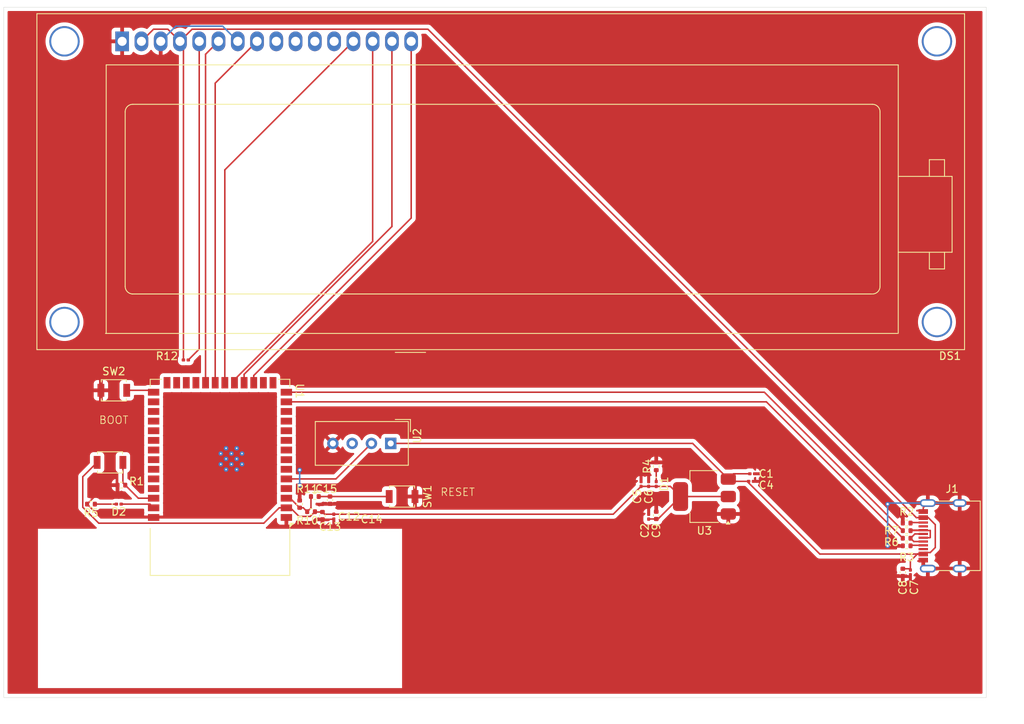
<source format=kicad_pcb>
(kicad_pcb (version 20241229) (generator "pcbnew") (generator_version "9.0")
  (layers (0 "F.Cu" signal) (2 "B.Cu" signal) (13 "F.Paste" user) (15 "B.Paste" user) (5 "F.SilkS" user "F.Silkscreen") (7 "B.SilkS" user "B.Silkscreen") (1 "F.Mask" user) (3 "B.Mask" user) (25 "Edge.Cuts" user))
  (net 0 "")
  (net 1 "LCD_E")
  (net 2 "GND")
  (net 4 "LCD_DB5")
  (net 5 "LCD_DB4")
  (net 7 "LCD_DB6")
  (net 8 "+5V")
  (net 9 "Net-(DS1-Vo)")
  (net 10 "LCD_DB7")
  (net 13 "LCD_RS")
  (net 17 "+3.3V")
  (net 18 "EN")
  (net 19 "BOOT")
  (net 20 "IO1")
  (net 22 "Temp_Switch")
  (net 23 "USB_D-")
  (net 36 "USB_D+")
  (net 44 "DHT_DATA")
  (net 47 "Net-(C15-Pad2)")
  (net 48 "Net-(D1-K)")
  (net 49 "Net-(D2-K)")
  (net 50 "Net-(J1-D--PadA7)")
  (net 51 "Net-(J1-D+-PadA6)")
  (net 52 "Net-(J1-CC1)")
  (net 53 "Net-(J1-CC2)")
  (footprint "Capacitor_SMD:C_0201_0603Metric" (layer "F.Cu") (at 185.5 97.655 90)
    (property "Reference" "C2" (at -1.845 -0.5 90) (layer "F.SilkS"))
    (property "Value" "10uf" (hide yes))
    (pad "1" smd roundrect (at -0.32 0 90) (size 0.46 0.4) (layers "F.Cu" "F.Mask") (net 17 "+3.3V"))
    (pad "2" smd roundrect (at 0.32 0 90) (size 0.46 0.4) (layers "F.Cu" "F.Mask") (net 2 "GND"))
  )
  (footprint "RF_Module:ESP32-S3-WROOM-1" (layer "F.Cu") (at 129 92.5 180)
    (property "Reference" "U1" (at -10.5 11.4 270) (layer "F.SilkS"))
    (property "Value" "ESP32-S3-WROOM-1")
    (fp_line (start 9.2 12.95) (end 9.2 11.95) (stroke (width 0.12)) (layer "F.SilkS"))
    (fp_line (start 9.2 12.95) (end 7.7 12.95) (stroke (width 0.12)) (layer "F.SilkS"))
    (fp_line (start 9.2 -12.9) (end 9.2 -6.7) (stroke (width 0.12)) (layer "F.SilkS"))
    (fp_line (start -9.2 12.95) (end -7.7 12.95) (stroke (width 0.12)) (layer "F.SilkS"))
    (fp_line (start -9.2 11.95) (end -9.2 12.95) (stroke (width 0.12)) (layer "F.SilkS"))
    (fp_line (start -9.2 -12.9) (end 9.2 -12.9) (stroke (width 0.12)) (layer "F.SilkS"))
    (fp_line (start -9.2 -12.9) (end -9.2 -6.7) (stroke (width 0.12)) (layer "F.SilkS"))
    (fp_poly (pts (xy -9.2 -6.025) (xy -9.7 -6.025) (xy -9.2 -6.525) (xy -9.2 -6.025)) (stroke (width 0.12)) (fill yes) (layer "F.SilkS"))
    (pad "1" smd rect (at -8.75 -5.26 180) (size 1.5 0.9) (layers "F.Cu" "F.Mask" "F.Paste") (net 2 "GND"))
    (pad "2" smd rect (at -8.75 -3.99 180) (size 1.5 0.9) (layers "F.Cu" "F.Mask" "F.Paste") (net 17 "+3.3V"))
    (pad "3" smd rect (at -8.75 -2.72 180) (size 1.5 0.9) (layers "F.Cu" "F.Mask" "F.Paste") (net 18 "EN"))
    (pad "4" smd rect (at -8.75 -1.45 180) (size 1.5 0.9) (layers "F.Cu" "F.Mask" "F.Paste"))
    (pad "5" smd rect (at -8.75 -0.18 180) (size 1.5 0.9) (layers "F.Cu" "F.Mask" "F.Paste") (net 44 "DHT_DATA"))
    (pad "6" smd rect (at -8.75 1.09 180) (size 1.5 0.9) (layers "F.Cu" "F.Mask" "F.Paste"))
    (pad "7" smd rect (at -8.75 2.36 180) (size 1.5 0.9) (layers "F.Cu" "F.Mask" "F.Paste"))
    (pad "8" smd rect (at -8.75 3.63 180) (size 1.5 0.9) (layers "F.Cu" "F.Mask" "F.Paste"))
    (pad "9" smd rect (at -8.75 4.9 180) (size 1.5 0.9) (layers "F.Cu" "F.Mask" "F.Paste"))
    (pad "10" smd rect (at -8.75 6.17 180) (size 1.5 0.9) (layers "F.Cu" "F.Mask" "F.Paste"))
    (pad "11" smd rect (at -8.75 7.44 180) (size 1.5 0.9) (layers "F.Cu" "F.Mask" "F.Paste"))
    (pad "12" smd rect (at -8.75 8.71 180) (size 1.5 0.9) (layers "F.Cu" "F.Mask" "F.Paste"))
    (pad "13" smd rect (at -8.75 9.98 180) (size 1.5 0.9) (layers "F.Cu" "F.Mask" "F.Paste") (net 23 "USB_D-"))
    (pad "14" smd rect (at -8.75 11.25) (size 1.5 0.9) (layers "F.Cu" "F.Mask" "F.Paste") (net 36 "USB_D+"))
    (pad "15" smd rect (at -6.985 12.5 90) (size 1.5 0.9) (layers "F.Cu" "F.Mask" "F.Paste"))
    (pad "16" smd rect (at -5.715 12.5 90) (size 1.5 0.9) (layers "F.Cu" "F.Mask" "F.Paste"))
    (pad "17" smd rect (at -4.445 12.5 90) (size 1.5 0.9) (layers "F.Cu" "F.Mask" "F.Paste") (net 10 "LCD_DB7"))
    (pad "18" smd rect (at -3.175 12.5 90) (size 1.5 0.9) (layers "F.Cu" "F.Mask" "F.Paste") (net 7 "LCD_DB6"))
    (pad "19" smd rect (at -1.905 12.5 90) (size 1.5 0.9) (layers "F.Cu" "F.Mask" "F.Paste") (net 4 "LCD_DB5"))
    (pad "20" smd rect (at -0.635 12.5 90) (size 1.5 0.9) (layers "F.Cu" "F.Mask" "F.Paste") (net 5 "LCD_DB4"))
    (pad "21" smd rect (at 0.635 12.5 90) (size 1.5 0.9) (layers "F.Cu" "F.Mask" "F.Paste") (net 1 "LCD_E"))
    (pad "22" smd rect (at 1.905 12.5 90) (size 1.5 0.9) (layers "F.Cu" "F.Mask" "F.Paste") (net 13 "LCD_RS"))
    (pad "23" smd rect (at 3.175 12.5 90) (size 1.5 0.9) (layers "F.Cu" "F.Mask" "F.Paste"))
    (pad "24" smd rect (at 4.445 12.5 90) (size 1.5 0.9) (layers "F.Cu" "F.Mask" "F.Paste"))
    (pad "25" smd rect (at 5.715 12.5 90) (size 1.5 0.9) (layers "F.Cu" "F.Mask" "F.Paste"))
    (pad "26" smd rect (at 6.985 12.5 90) (size 1.5 0.9) (layers "F.Cu" "F.Mask" "F.Paste"))
    (pad "27" smd rect (at 8.75 11.25 180) (size 1.5 0.9) (layers "F.Cu" "F.Mask" "F.Paste") (net 19 "BOOT"))
    (pad "28" smd rect (at 8.75 9.98 180) (size 1.5 0.9) (layers "F.Cu" "F.Mask" "F.Paste"))
    (pad "29" smd rect (at 8.75 8.71 180) (size 1.5 0.9) (layers "F.Cu" "F.Mask" "F.Paste"))
    (pad "30" smd rect (at 8.75 7.44 180) (size 1.5 0.9) (layers "F.Cu" "F.Mask" "F.Paste"))
    (pad "31" smd rect (at 8.75 6.17 180) (size 1.5 0.9) (layers "F.Cu" "F.Mask" "F.Paste"))
    (pad "32" smd rect (at 8.75 4.9 180) (size 1.5 0.9) (layers "F.Cu" "F.Mask" "F.Paste"))
    (pad "33" smd rect (at 8.75 3.63 180) (size 1.5 0.9) (layers "F.Cu" "F.Mask" "F.Paste"))
    (pad "34" smd rect (at 8.75 2.36 180) (size 1.5 0.9) (layers "F.Cu" "F.Mask" "F.Paste"))
    (pad "35" smd rect (at 8.75 1.09 180) (size 1.5 0.9) (layers "F.Cu" "F.Mask" "F.Paste"))
    (pad "36" smd rect (at 8.75 -0.18 180) (size 1.5 0.9) (layers "F.Cu" "F.Mask" "F.Paste"))
    (pad "37" smd rect (at 8.75 -1.45 180) (size 1.5 0.9) (layers "F.Cu" "F.Mask" "F.Paste"))
    (pad "38" smd rect (at 8.75 -2.72 180) (size 1.5 0.9) (layers "F.Cu" "F.Mask" "F.Paste") (net 22 "Temp_Switch"))
    (pad "39" smd rect (at 8.75 -3.99 180) (size 1.5 0.9) (layers "F.Cu" "F.Mask" "F.Paste") (net 20 "IO1"))
    (pad "40" smd rect (at 8.75 -5.26 180) (size 1.5 0.9) (layers "F.Cu" "F.Mask" "F.Paste") (net 2 "GND"))
    (pad "41" thru_hole circle (at -2.9 1.76 270) (size 0.6 0.6) (drill 0.2) (property pad_prop_heatsink) (layers "*.Cu" "F.Mask") (net 2 "GND"))
    (pad "41" thru_hole circle (at -2.9 3.16 180) (size 0.6 0.6) (drill 0.2) (property pad_prop_heatsink) (layers "*.Cu" "F.Mask") (net 2 "GND"))
    (pad "41" thru_hole circle (at -2.2 1.06 180) (size 0.6 0.6) (drill 0.2) (property pad_prop_heatsink) (layers "*.Cu" "F.Mask") (net 2 "GND"))
    (pad "41" thru_hole circle (at -2.2 2.46 180) (size 0.6 0.6) (drill 0.2) (property pad_prop_heatsink) (layers "*.Cu" "F.Mask") (net 2 "GND"))
    (pad "41" thru_hole circle (at -2.2 3.86 180) (size 0.6 0.6) (drill 0.2) (property pad_prop_heatsink) (layers "*.Cu" "F.Mask") (net 2 "GND"))
    (pad "41" thru_hole circle (at -1.5 1.76 180) (size 0.6 0.6) (drill 0.2) (property pad_prop_heatsink) (layers "*.Cu" "F.Mask") (net 2 "GND"))
    (pad "41" smd rect (at -1.5 2.46 90) (size 3.9 3.9) (property pad_prop_heatsink) (layers "F.Cu" "F.Mask") (net 2 "GND"))
    (pad "41" thru_hole circle (at -1.5 3.16 180) (size 0.6 0.6) (drill 0.2) (property pad_prop_heatsink) (layers "*.Cu" "F.Mask") (net 2 "GND"))
    (pad "41" thru_hole circle (at -0.8 1.06 180) (size 0.6 0.6) (drill 0.2) (property pad_prop_heatsink) (layers "*.Cu" "F.Mask") (net 2 "GND"))
    (pad "41" thru_hole circle (at -0.8 2.46 180) (size 0.6 0.6) (drill 0.2) (property pad_prop_heatsink) (layers "*.Cu" "F.Mask") (net 2 "GND"))
    (pad "41" thru_hole circle (at -0.8 3.86 180) (size 0.6 0.6) (drill 0.2) (property pad_prop_heatsink) (layers "*.Cu" "F.Mask") (net 2 "GND"))
    (pad "41" thru_hole circle (at -0.1 1.76 180) (size 0.6 0.6) (drill 0.2) (property pad_prop_heatsink) (layers "*.Cu" "F.Mask") (net 2 "GND"))
    (pad "41" thru_hole circle (at -0.1 3.16 180) (size 0.6 0.6) (drill 0.2) (property pad_prop_heatsink) (layers "*.Cu" "F.Mask") (net 2 "GND"))
    (zone (net 0) (net_name "") (layers "F.Cu" "B.Cu") (connect_pads (clearance 0)) (min_thickness 0.254)
      (keepout (tracks not_allowed) (vias not_allowed) (pads not_allowed) (copperpour not_allowed) (footprints not_allowed))
      (fill (thermal_gap 0.508) (thermal_bridge_width 0.508))
      (polygon (pts (xy 153 99.25) (xy 105 99.25) (xy 105 120.25) (xy 153 120.25)))
    )
  )
  (footprint "Capacitor_SMD:C_0201_0603Metric" (layer "F.Cu") (at 220 105 -90)
    (property "Reference" "C7" (at 2 -0.5 90) (layer "F.SilkS"))
    (property "Value" "10uf" (hide yes))
    (pad "1" smd roundrect (at -0.32 0 270) (size 0.46 0.4) (layers "F.Cu" "F.Mask") (net 8 "+5V"))
    (pad "2" smd roundrect (at 0.32 0 270) (size 0.46 0.4) (layers "F.Cu" "F.Mask") (net 2 "GND"))
  )
  (footprint "Capacitor_SMD:C_0201_0603Metric" (layer "F.Cu") (at 199.155 92)
    (property "Reference" "C1" (at 1.845 0 0) (layer "F.SilkS"))
    (property "Value" "10uf" (hide yes))
    (pad "1" smd roundrect (at -0.32 0) (size 0.46 0.4) (layers "F.Cu" "F.Mask") (net 8 "+5V"))
    (pad "2" smd roundrect (at 0.32 0) (size 0.46 0.4) (layers "F.Cu" "F.Mask") (net 2 "GND"))
  )
  (footprint "Capacitor_SMD:C_0402_1005Metric" (layer "F.Cu") (at 186.5 97.48 90)
    (property "Reference" "C9" (at -2.02 0 90) (layer "F.SilkS"))
    (property "Value" "0.1uf" (hide yes))
    (fp_line (start -0.107836 -0.36) (end 0.107836 -0.36) (stroke (width 0.12)) (layer "F.SilkS"))
    (fp_line (start -0.107836 0.36) (end 0.107836 0.36) (stroke (width 0.12)) (layer "F.SilkS"))
    (pad "1" smd roundrect (at -0.48 0 90) (size 0.56 0.62) (layers "F.Cu" "F.Mask" "F.Paste") (net 17 "+3.3V"))
    (pad "2" smd roundrect (at 0.48 0 90) (size 0.56 0.62) (layers "F.Cu" "F.Mask" "F.Paste") (net 2 "GND"))
  )
  (footprint "Resistor_SMD:R_0402_1005Metric" (layer "F.Cu") (at 116 93.5)
    (property "Reference" "R1" (at 2 -0.5 0) (layer "F.SilkS"))
    (property "Value" "2k" (hide yes))
    (fp_line (start -0.153641 -0.38) (end 0.153641 -0.38) (stroke (width 0.12)) (layer "F.SilkS"))
    (fp_line (start -0.153641 0.38) (end 0.153641 0.38) (stroke (width 0.12)) (layer "F.SilkS"))
    (pad "1" smd roundrect (at -0.51 0) (size 0.54 0.64) (layers "F.Cu" "F.Mask" "F.Paste") (net 2 "GND"))
    (pad "2" smd roundrect (at 0.51 0) (size 0.54 0.64) (layers "F.Cu" "F.Mask" "F.Paste") (net 22 "Temp_Switch"))
  )
  (footprint "Resistor_SMD:R_0402_1005Metric" (layer "F.Cu") (at 219.51 98.5 180)
    (property "Reference" "R2" (at 0 1.5 0) (layer "F.SilkS"))
    (property "Value" "5.1K" (hide yes))
    (fp_line (start -0.153641 0.38) (end 0.153641 0.38) (stroke (width 0.12)) (layer "F.SilkS"))
    (fp_line (start -0.153641 -0.38) (end 0.153641 -0.38) (stroke (width 0.12)) (layer "F.SilkS"))
    (pad "1" smd roundrect (at -0.51 0 180) (size 0.54 0.64) (layers "F.Cu" "F.Mask" "F.Paste") (net 53 "Net-(J1-CC2)"))
    (pad "2" smd roundrect (at 0.51 0 180) (size 0.54 0.64) (layers "F.Cu" "F.Mask" "F.Paste") (net 2 "GND"))
  )
  (footprint "Capacitor_SMD:C_0201_0603Metric" (layer "F.Cu") (at 185.5 93.345 90)
    (property "Reference" "C6" (at -1.655 0 90) (layer "F.SilkS"))
    (property "Value" "10uf" (hide yes))
    (pad "1" smd roundrect (at -0.32 0 90) (size 0.46 0.4) (layers "F.Cu" "F.Mask") (net 17 "+3.3V"))
    (pad "2" smd roundrect (at 0.32 0 90) (size 0.46 0.4) (layers "F.Cu" "F.Mask") (net 2 "GND"))
  )
  (footprint "Button_Switch_SMD:SW_SPST_B3U-1000P" (layer "F.Cu") (at 115 81)
    (property "Reference" "SW2" (at 0 -2.5 0) (layer "F.SilkS"))
    (property "Value" "SW_Push")
    (fp_line (start -1.65 -1.4) (end 1.65 -1.4) (stroke (width 0.12)) (layer "F.SilkS"))
    (fp_line (start -1.65 -1.1) (end -1.65 -1.4) (stroke (width 0.12)) (layer "F.SilkS"))
    (fp_line (start -1.65 1.1) (end -1.65 1.4) (stroke (width 0.12)) (layer "F.SilkS"))
    (fp_line (start -1.65 1.4) (end 1.65 1.4) (stroke (width 0.12)) (layer "F.SilkS"))
    (fp_line (start 1.65 -1.4) (end 1.65 -1.1) (stroke (width 0.12)) (layer "F.SilkS"))
    (fp_line (start 1.65 1.4) (end 1.65 1.1) (stroke (width 0.12)) (layer "F.SilkS"))
    (pad "1" smd rect (at -1.7 0) (size 0.9 1.7) (layers "F.Cu" "F.Mask" "F.Paste") (net 2 "GND"))
    (pad "2" smd rect (at 1.7 0) (size 0.9 1.7) (layers "F.Cu" "F.Mask" "F.Paste") (net 19 "BOOT"))
  )
  (footprint "Resistor_SMD:R_0402_1005Metric" (layer "F.Cu") (at 219.51 100.5 180)
    (property "Reference" "R6" (at 2.01 -0.5 0) (layer "F.SilkS"))
    (property "Value" "33R" (hide yes))
    (fp_line (start -0.153641 0.38) (end 0.153641 0.38) (stroke (width 0.12)) (layer "F.SilkS"))
    (fp_line (start -0.153641 -0.38) (end 0.153641 -0.38) (stroke (width 0.12)) (layer "F.SilkS"))
    (pad "1" smd roundrect (at -0.51 0 180) (size 0.54 0.64) (layers "F.Cu" "F.Mask" "F.Paste") (net 50 "Net-(J1-D--PadA7)"))
    (pad "2" smd roundrect (at 0.51 0 180) (size 0.54 0.64) (layers "F.Cu" "F.Mask" "F.Paste") (net 23 "USB_D-"))
  )
  (footprint "LED_SMD:LED_0201_0603Metric" (layer "F.Cu") (at 115.655 96)
    (property "Reference" "D2" (at 0 1 0) (layer "F.SilkS"))
    (property "Value" "LED" (hide yes))
    (fp_circle (center -0.86 0) (end -0.81 0) (stroke (width 0.1)) (fill no) (layer "F.SilkS"))
    (pad "1" smd roundrect (at -0.32 0) (size 0.46 0.4) (layers "F.Cu" "F.Mask") (net 49 "Net-(D2-K)"))
    (pad "2" smd roundrect (at 0.32 0) (size 0.46 0.4) (layers "F.Cu" "F.Mask") (net 20 "IO1"))
  )
  (footprint "Resistor_SMD:R_0402_1005Metric" (layer "F.Cu") (at 111.99 96 180)
    (property "Reference" "R5" (at 0 -1.17 0) (layer "F.SilkS"))
    (property "Value" "470R" (hide yes))
    (fp_line (start -0.153641 0.38) (end 0.153641 0.38) (stroke (width 0.12)) (layer "F.SilkS"))
    (fp_line (start -0.153641 -0.38) (end 0.153641 -0.38) (stroke (width 0.12)) (layer "F.SilkS"))
    (pad "1" smd roundrect (at -0.51 0 180) (size 0.54 0.64) (layers "F.Cu" "F.Mask" "F.Paste") (net 49 "Net-(D2-K)"))
    (pad "2" smd roundrect (at 0.51 0 180) (size 0.54 0.64) (layers "F.Cu" "F.Mask" "F.Paste") (net 2 "GND"))
  )
  (footprint "LED_SMD:LED_0201_0603Metric" (layer "F.Cu") (at 186.5 93.345 -90)
    (property "Reference" "D1" (at 0 -1.05 90) (layer "F.SilkS"))
    (property "Value" "LED" (hide yes))
    (fp_circle (center -0.86 0) (end -0.81 0) (stroke (width 0.1)) (fill no) (layer "F.SilkS"))
    (pad "1" smd roundrect (at -0.32 0 270) (size 0.46 0.4) (layers "F.Cu" "F.Mask") (net 48 "Net-(D1-K)"))
    (pad "2" smd roundrect (at 0.32 0 270) (size 0.46 0.4) (layers "F.Cu" "F.Mask") (net 17 "+3.3V"))
  )
  (footprint "Sensor:Aosong_DHT11_5.5x12.0_P2.54mm" (layer "F.Cu") (at 151.5 88 -90)
    (property "Reference" "U2" (at -1 -3.5 90) (layer "F.SilkS"))
    (property "Value" "DHT11")
    (fp_line (start -2.88 9.94) (end -2.88 -2.31) (stroke (width 0.12)) (layer "F.SilkS"))
    (fp_line (start 2.88 9.94) (end -2.88 9.94) (stroke (width 0.12)) (layer "F.SilkS"))
    (fp_line (start -2.87 -2.32) (end 2.87 -2.32) (stroke (width 0.12)) (layer "F.SilkS"))
    (fp_line (start 2.88 -2.32) (end 2.88 9.94) (stroke (width 0.12)) (layer "F.SilkS"))
    (fp_line (start -3.16 -2.6) (end -3.16 -0.6) (stroke (width 0.12)) (layer "F.SilkS"))
    (fp_line (start -3.16 -2.6) (end -1.55 -2.6) (stroke (width 0.12)) (layer "F.SilkS"))
    (pad "1" thru_hole rect (at 0 0 270) (size 1.5 1.5) (drill 0.8) (layers "*.Cu" "*.Mask") (net 8 "+5V"))
    (pad "2" thru_hole circle (at 0 2.54 270) (size 1.5 1.5) (drill 0.8) (layers "*.Cu" "*.Mask") (net 44 "DHT_DATA"))
    (pad "3" thru_hole circle (at 0 5.08 270) (size 1.5 1.5) (drill 0.8) (layers "*.Cu" "*.Mask"))
    (pad "4" thru_hole circle (at 0 7.62 270) (size 1.5 1.5) (drill 0.8) (layers "*.Cu" "*.Mask") (net 2 "GND"))
  )
  (footprint "Capacitor_SMD:C_0201_0603Metric" (layer "F.Cu") (at 144 97.655 -90)
    (property "Reference" "C12" (at 0 -2 180) (layer "F.SilkS"))
    (property "Value" "22uf" (hide yes))
    (pad "1" smd roundrect (at -0.32 0 270) (size 0.46 0.4) (layers "F.Cu" "F.Mask") (net 17 "+3.3V"))
    (pad "2" smd roundrect (at 0.32 0 270) (size 0.46 0.4) (layers "F.Cu" "F.Mask") (net 2 "GND"))
  )
  (footprint "Package_TO_SOT_SMD:SOT-223-3_TabPin2" (layer "F.Cu") (at 192.85 95 180)
    (property "Reference" "U3" (at 0 -4.5 0) (layer "F.SilkS"))
    (property "Value" "AMS1117-3.3")
    (fp_line (start 1.91 3.41) (end 1.91 2.15) (stroke (width 0.12)) (layer "F.SilkS"))
    (fp_line (start 1.91 -3.41) (end 1.91 -2.15) (stroke (width 0.12)) (layer "F.SilkS"))
    (fp_line (start -1.85 3.41) (end 1.91 3.41) (stroke (width 0.12)) (layer "F.SilkS"))
    (fp_line (start -1.85 -3.41) (end 1.91 -3.41) (stroke (width 0.12)) (layer "F.SilkS"))
    (fp_poly (pts (xy -3.13 -3.31) (xy -3.37 -3.64) (xy -2.89 -3.64) (xy -3.13 -3.31)) (stroke (width 0.12)) (fill yes) (layer "F.SilkS"))
    (pad "1" smd roundrect (at -3.15 -2.3 180) (size 2 1.5) (layers "F.Cu" "F.Mask" "F.Paste") (net 2 "GND"))
    (pad "2" smd roundrect (at -3.15 0 180) (size 2 1.5) (layers "F.Cu" "F.Mask" "F.Paste") (net 17 "+3.3V"))
    (pad "2" smd roundrect (at 3.15 0 180) (size 2 3.8) (layers "F.Cu" "F.Mask" "F.Paste") (net 17 "+3.3V"))
    (pad "3" smd roundrect (at -3.15 2.3 180) (size 2 1.5) (layers "F.Cu" "F.Mask" "F.Paste") (net 8 "+5V"))
  )
  (footprint "Connector_USB:USB_C_Receptacle_G-Switch_GT-USB-7010ASV" (layer "F.Cu") (at 225.425 100.18 90)
    (property "Reference" "J1" (at 6.18 0.075 180) (layer "F.SilkS"))
    (property "Value" "USB_C_Receptacle_USB2.0_16P" (hide yes))
    (fp_line (start -4.58 -1.85) (end -4.58 0.07) (stroke (width 0.12)) (layer "F.SilkS"))
    (fp_line (start 4.58 0.07) (end 4.58 -1.85) (stroke (width 0.12)) (layer "F.SilkS"))
    (fp_line (start 4.58 2.08) (end 4.58 3.785) (stroke (width 0.12)) (layer "F.SilkS"))
    (fp_line (start 4.58 3.785) (end -4.58 3.785) (stroke (width 0.12)) (layer "F.SilkS"))
    (fp_line (start -4.58 3.785) (end -4.58 2.08) (stroke (width 0.12)) (layer "F.SilkS"))
    (pad "" np_thru_hole circle (at -2.89 -2.605 90) (size 0.65 0.65) (drill 0.65) (layers "*.Cu" "*.Mask"))
    (pad "" np_thru_hole circle (at 2.89 -2.605 90) (size 0.65 0.65) (drill 0.65) (layers "*.Cu" "*.Mask"))
    (pad "A1" smd rect (at -3.2 -3.725 90) (size 0.6 1.24) (layers "F.Cu" "F.Mask" "F.Paste") (net 2 "GND"))
    (pad "A4" smd rect (at -2.4 -3.725 90) (size 0.6 1.24) (layers "F.Cu" "F.Mask" "F.Paste") (net 8 "+5V"))
    (pad "A5" smd rect (at -1.25 -3.725 90) (size 0.3 1.24) (layers "F.Cu" "F.Mask" "F.Paste") (net 52 "Net-(J1-CC1)"))
    (pad "A6" smd rect (at -0.25 -3.725 90) (size 0.3 1.24) (layers "F.Cu" "F.Mask" "F.Paste") (net 51 "Net-(J1-D+-PadA6)"))
    (pad "A7" smd rect (at 0.25 -3.725 90) (size 0.3 1.24) (layers "F.Cu" "F.Mask" "F.Paste") (net 50 "Net-(J1-D--PadA7)"))
    (pad "A8" smd rect (at 1.25 -3.725 90) (size 0.3 1.24) (layers "F.Cu" "F.Mask" "F.Paste"))
    (pad "A9" smd rect (at 2.4 -3.725 90) (size 0.6 1.24) (layers "F.Cu" "F.Mask" "F.Paste") (net 8 "+5V"))
    (pad "A12" smd rect (at 3.2 -3.725 90) (size 0.6 1.24) (layers "F.Cu" "F.Mask" "F.Paste") (net 2 "GND"))
    (pad "B1" smd rect (at 3.2 -3.725 90) (size 0.6 1.24) (layers "F.Cu" "F.Mask" "F.Paste") (net 2 "GND"))
    (pad "B4" smd rect (at 2.4 -3.725 90) (size 0.6 1.24) (layers "F.Cu" "F.Mask" "F.Paste") (net 8 "+5V"))
    (pad "B5" smd rect (at 1.75 -3.725 90) (size 0.3 1.24) (layers "F.Cu" "F.Mask" "F.Paste") (net 53 "Net-(J1-CC2)"))
    (pad "B6" smd rect (at 0.75 -3.725 90) (size 0.3 1.24) (layers "F.Cu" "F.Mask" "F.Paste") (net 51 "Net-(J1-D+-PadA6)"))
    (pad "B7" smd rect (at -0.75 -3.725 90) (size 0.3 1.24) (layers "F.Cu" "F.Mask" "F.Paste") (net 50 "Net-(J1-D--PadA7)"))
    (pad "B8" smd rect (at -1.75 -3.725 90) (size 0.3 1.24) (layers "F.Cu" "F.Mask" "F.Paste"))
    (pad "B9" smd rect (at -2.4 -3.725 90) (size 0.6 1.24) (layers "F.Cu" "F.Mask" "F.Paste") (net 8 "+5V"))
    (pad "B12" smd rect (at -3.2 -3.725 90) (size 0.6 1.24) (layers "F.Cu" "F.Mask" "F.Paste") (net 2 "GND"))
    (pad "S1" thru_hole oval (at -4.32 -3.125 90) (size 1 2.1) (drill oval 0.6 1.7) (property pad_prop_heatsink) (layers "*.Cu" "*.Mask") (net 2 "GND"))
    (pad "S1" thru_hole oval (at -4.32 1.075 90) (size 1 1.8) (drill oval 0.6 1.4) (property pad_prop_heatsink) (layers "*.Cu" "*.Mask") (net 2 "GND"))
    (pad "S1" thru_hole oval (at 4.32 -3.125 90) (size 1 2.1) (drill oval 0.6 1.7) (property pad_prop_heatsink) (layers "*.Cu" "*.Mask") (net 2 "GND"))
    (pad "S1" thru_hole oval (at 4.32 1.075 90) (size 1 1.8) (drill oval 0.6 1.4) (property pad_prop_heatsink) (layers "*.Cu" "*.Mask") (net 2 "GND"))
  )
  (footprint "Capacitor_SMD:C_0201_0603Metric" (layer "F.Cu") (at 199 93)
    (property "Reference" "C4" (at 2 0.5 0) (layer "F.SilkS"))
    (property "Value" "10uf" (hide yes))
    (pad "1" smd roundrect (at -0.32 0) (size 0.46 0.4) (layers "F.Cu" "F.Mask") (net 8 "+5V"))
    (pad "2" smd roundrect (at 0.32 0) (size 0.46 0.4) (layers "F.Cu" "F.Mask") (net 2 "GND"))
  )
  (footprint "Display:HY1602E" (layer "F.Cu") (at 154.10062 73 180)
    (property "Reference" "DS1" (at -71.12 -3.48 0) (layer "F.SilkS"))
    (property "Value" "HY1602E")
    (fp_line (start 49.24 41.64) (end -73.04 41.64) (stroke (width 0.12)) (layer "F.SilkS"))
    (fp_line (start 49.24 -2.64) (end 49.24 41.64) (stroke (width 0.12)) (layer "F.SilkS"))
    (fp_line (start 40.1 34.9) (end -64.3 34.9) (stroke (width 0.12)) (layer "F.SilkS"))
    (fp_line (start 40.1 -0.5) (end 40.1 34.9) (stroke (width 0.12)) (layer "F.SilkS"))
    (fp_line (start 37.6 5.7) (end 37.6 28.7) (stroke (width 0.12)) (layer "F.SilkS"))
    (fp_line (start 36.6 29.7) (end -60.9 29.7) (stroke (width 0.12)) (layer "F.SilkS"))
    (fp_line (start -2 -3) (end 2 -3) (stroke (width 0.12)) (layer "F.SilkS"))
    (fp_line (start -60.8 4.7) (end 36.7 4.7) (stroke (width 0.12)) (layer "F.SilkS"))
    (fp_line (start -61.9 28.7) (end -61.9 5.7) (stroke (width 0.12)) (layer "F.SilkS"))
    (fp_line (start -64.2 -0.5) (end 40.2 -0.5) (stroke (width 0.12)) (layer "F.SilkS"))
    (fp_line (start -64.3 34.9) (end -64.3 -0.5) (stroke (width 0.12)) (layer "F.SilkS"))
    (fp_line (start -64.3 20.2) (end -71.4 20.2) (stroke (width 0.12)) (layer "F.SilkS"))
    (fp_line (start -68.4 22.4) (end -70.4 22.4) (stroke (width 0.12)) (layer "F.SilkS"))
    (fp_line (start -68.4 20.2) (end -68.4 22.4) (stroke (width 0.12)) (layer "F.SilkS"))
    (fp_line (start -68.4 10.2) (end -68.4 8) (stroke (width 0.12)) (layer "F.SilkS"))
    (fp_line (start -68.4 8) (end -70.4 8) (stroke (width 0.12)) (layer "F.SilkS"))
    (fp_line (start -70.4 22.4) (end -70.4 20.2) (stroke (width 0.12)) (layer "F.SilkS"))
    (fp_line (start -70.4 8) (end -70.4 10.2) (stroke (width 0.12)) (layer "F.SilkS"))
    (fp_line (start -71.4 20.2) (end -71.4 10.2) (stroke (width 0.12)) (layer "F.SilkS"))
    (fp_line (start -71.4 10.2) (end -64.3 10.2) (stroke (width 0.12)) (layer "F.SilkS"))
    (fp_line (start -73.04 -2.64) (end 49.24 -2.64) (stroke (width 0.12)) (layer "F.SilkS"))
    (fp_line (start -73.04 -2.64) (end -73.04 41.64) (stroke (width 0.12)) (layer "F.SilkS"))
    (fp_arc (start 37.6 28.7) (mid 37.307107 29.407107) (end 36.6 29.7) (stroke (width 0.12)) (layer "F.SilkS"))
    (fp_arc (start 36.6 4.7) (mid 37.307107 4.992893) (end 37.6 5.7) (stroke (width 0.12)) (layer "F.SilkS"))
    (fp_arc (start -60.9 29.7) (mid -61.607107 29.407107) (end -61.9 28.7) (stroke (width 0.12)) (layer "F.SilkS"))
    (fp_arc (start -61.9 5.7) (mid -61.607107 4.992893) (end -60.9 4.7) (stroke (width 0.12)) (layer "F.SilkS"))
    (pad "" thru_hole circle (at -69.40042 1.00076) (size 4 4) (drill 3.5) (layers "*.Cu" "*.Mask"))
    (pad "" thru_hole circle (at -69.40042 38.00094) (size 4 4) (drill 3.5) (layers "*.Cu" "*.Mask"))
    (pad "" thru_hole circle (at 45.60062 1.00076) (size 4 4) (drill 3.5) (layers "*.Cu" "*.Mask"))
    (pad "" thru_hole circle (at 45.60062 38.00094) (size 4 4) (drill 3.5) (layers "*.Cu" "*.Mask"))
    (pad "1" thru_hole rect (at 38 38 180) (size 1.8 2.6) (drill 1.2) (layers "*.Cu" "*.Mask") (net 2 "GND"))
    (pad "2" thru_hole oval (at 35.46 38 180) (size 1.8 2.6) (drill 1.2) (layers "*.Cu" "*.Mask") (net 8 "+5V"))
    (pad "3" thru_hole oval (at 32.92 38 180) (size 1.8 2.6) (drill 1.2) (layers "*.Cu" "*.Mask") (net 2 "GND"))
    (pad "4" thru_hole oval (at 30.38 38 180) (size 1.8 2.6) (drill 1.2) (layers "*.Cu" "*.Mask") (net 8 "+5V"))
    (pad "5" thru_hole oval (at 27.84 38 180) (size 1.8 2.6) (drill 1.2) (layers "*.Cu" "*.Mask") (net 9 "Net-(DS1-Vo)"))
    (pad "6" thru_hole oval (at 25.3 38 180) (size 1.8 2.6) (drill 1.2) (layers "*.Cu" "*.Mask") (net 13 "LCD_RS"))
    (pad "7" thru_hole oval (at 22.76 38 180) (size 1.8 2.6) (drill 1.2) (layers "*.Cu" "*.Mask") (net 2 "GND"))
    (pad "8" thru_hole oval (at 20.22 38 180) (size 1.8 2.6) (drill 1.2) (layers "*.Cu" "*.Mask") (net 1 "LCD_E"))
    (pad "9" thru_hole oval (at 17.68 38 180) (size 1.8 2.6) (drill 1.2) (layers "*.Cu" "*.Mask"))
    (pad "10" thru_hole oval (at 15.14 38 180) (size 1.8 2.6) (drill 1.2) (layers "*.Cu" "*.Mask"))
    (pad "11" thru_hole oval (at 12.6 38 180) (size 1.8 2.6) (drill 1.2) (layers "*.Cu" "*.Mask"))
    (pad "12" thru_hole oval (at 10.06 38 180) (size 1.8 2.6) (drill 1.2) (layers "*.Cu" "*.Mask"))
    (pad "13" thru_hole oval (at 7.52 38 180) (size 1.8 2.6) (drill 1.2) (layers "*.Cu" "*.Mask") (net 5 "LCD_DB4"))
    (pad "14" thru_hole oval (at 4.98 38 180) (size 1.8 2.6) (drill 1.2) (layers "*.Cu" "*.Mask") (net 4 "LCD_DB5"))
    (pad "15" thru_hole oval (at 2.44 38 180) (size 1.8 2.6) (drill 1.2) (layers "*.Cu" "*.Mask") (net 7 "LCD_DB6"))
    (pad "16" thru_hole oval (at -0.1 38 180) (size 1.8 2.6) (drill 1.2) (layers "*.Cu" "*.Mask") (net 10 "LCD_DB7"))
  )
  (footprint "Capacitor_SMD:C_0402_1005Metric" (layer "F.Cu") (at 139.5 96 90)
    (property "Reference" "C14" (at -2 9.5 180) (layer "F.SilkS"))
    (property "Value" "1uf" (hide yes))
    (fp_line (start -0.107836 -0.36) (end 0.107836 -0.36) (stroke (width 0.12)) (layer "F.SilkS"))
    (fp_line (start -0.107836 0.36) (end 0.107836 0.36) (stroke (width 0.12)) (layer "F.SilkS"))
    (pad "1" smd roundrect (at -0.48 0 90) (size 0.56 0.62) (layers "F.Cu" "F.Mask" "F.Paste") (net 18 "EN"))
    (pad "2" smd roundrect (at 0.48 0 90) (size 0.56 0.62) (layers "F.Cu" "F.Mask" "F.Paste") (net 2 "GND"))
  )
  (footprint "Resistor_SMD:R_0402_1005Metric" (layer "F.Cu") (at 186.5 91.01 90)
    (property "Reference" "R4" (at 0 -1.17 90) (layer "F.SilkS"))
    (property "Value" "470R" (hide yes))
    (fp_line (start -0.153641 -0.38) (end 0.153641 -0.38) (stroke (width 0.12)) (layer "F.SilkS"))
    (fp_line (start -0.153641 0.38) (end 0.153641 0.38) (stroke (width 0.12)) (layer "F.SilkS"))
    (pad "1" smd roundrect (at -0.51 0 90) (size 0.54 0.64) (layers "F.Cu" "F.Mask" "F.Paste") (net 48 "Net-(D1-K)"))
    (pad "2" smd roundrect (at 0.51 0 90) (size 0.54 0.64) (layers "F.Cu" "F.Mask" "F.Paste") (net 2 "GND"))
  )
  (footprint "Button_Switch_SMD:SW_SPST_B3U-1000P" (layer "F.Cu") (at 153 95 180)
    (property "Reference" "SW1" (at -3.35 0 90) (layer "F.SilkS"))
    (property "Value" "SW_Push")
    (fp_line (start 1.65 1.4) (end 1.65 1.1) (stroke (width 0.12)) (layer "F.SilkS"))
    (fp_line (start 1.65 -1.4) (end 1.65 -1.1) (stroke (width 0.12)) (layer "F.SilkS"))
    (fp_line (start -1.65 1.4) (end 1.65 1.4) (stroke (width 0.12)) (layer "F.SilkS"))
    (fp_line (start -1.65 1.1) (end -1.65 1.4) (stroke (width 0.12)) (layer "F.SilkS"))
    (fp_line (start -1.65 -1.1) (end -1.65 -1.4) (stroke (width 0.12)) (layer "F.SilkS"))
    (fp_line (start -1.65 -1.4) (end 1.65 -1.4) (stroke (width 0.12)) (layer "F.SilkS"))
    (pad "1" smd rect (at -1.7 0 180) (size 0.9 1.7) (layers "F.Cu" "F.Mask" "F.Paste") (net 2 "GND"))
    (pad "2" smd rect (at 1.7 0 180) (size 0.9 1.7) (layers "F.Cu" "F.Mask" "F.Paste") (net 47 "Net-(C15-Pad2)"))
  )
  (footprint "Capacitor_SMD:C_0402_1005Metric" (layer "F.Cu") (at 143.5 95.48 90)
    (property "Reference" "C15" (at 1.48 -0.5 180) (layer "F.SilkS"))
    (property "Value" "0.1uf" (hide yes))
    (fp_line (start -0.107836 -0.36) (end 0.107836 -0.36) (stroke (width 0.12)) (layer "F.SilkS"))
    (fp_line (start -0.107836 0.36) (end 0.107836 0.36) (stroke (width 0.12)) (layer "F.SilkS"))
    (pad "1" smd roundrect (at -0.48 0 90) (size 0.56 0.62) (layers "F.Cu" "F.Mask" "F.Paste") (net 2 "GND"))
    (pad "2" smd roundrect (at 0.48 0 90) (size 0.56 0.62) (layers "F.Cu" "F.Mask" "F.Paste") (net 47 "Net-(C15-Pad2)"))
  )
  (footprint "Button_Switch_SMD:SW_SPST_B3U-1000P" (layer "F.Cu") (at 114.5 90.5 180)
    (property "Reference" "SW3" (hide yes))
    (property "Value" "C/F")
    (fp_line (start 1.65 1.4) (end 1.65 1.1) (stroke (width 0.12)) (layer "F.SilkS"))
    (fp_line (start 1.65 -1.4) (end 1.65 -1.1) (stroke (width 0.12)) (layer "F.SilkS"))
    (fp_line (start -1.65 1.4) (end 1.65 1.4) (stroke (width 0.12)) (layer "F.SilkS"))
    (fp_line (start -1.65 1.1) (end -1.65 1.4) (stroke (width 0.12)) (layer "F.SilkS"))
    (fp_line (start -1.65 -1.1) (end -1.65 -1.4) (stroke (width 0.12)) (layer "F.SilkS"))
    (fp_line (start -1.65 -1.4) (end 1.65 -1.4) (stroke (width 0.12)) (layer "F.SilkS"))
    (pad "1" smd rect (at -1.7 0 180) (size 0.9 1.7) (layers "F.Cu" "F.Mask" "F.Paste") (net 22 "Temp_Switch"))
    (pad "2" smd rect (at 1.7 0 180) (size 0.9 1.7) (layers "F.Cu" "F.Mask" "F.Paste") (net 17 "+3.3V"))
  )
  (footprint "Capacitor_SMD:C_0402_1005Metric" (layer "F.Cu") (at 219 105 -90)
    (property "Reference" "C8" (at 2 0 90) (layer "F.SilkS"))
    (property "Value" "0.1uf" (hide yes))
    (fp_line (start -0.107836 0.36) (end 0.107836 0.36) (stroke (width 0.12)) (layer "F.SilkS"))
    (fp_line (start -0.107836 -0.36) (end 0.107836 -0.36) (stroke (width 0.12)) (layer "F.SilkS"))
    (pad "1" smd roundrect (at -0.48 0 270) (size 0.56 0.62) (layers "F.Cu" "F.Mask" "F.Paste") (net 8 "+5V"))
    (pad "2" smd roundrect (at 0.48 0 270) (size 0.56 0.62) (layers "F.Cu" "F.Mask" "F.Paste") (net 2 "GND"))
  )
  (footprint "Capacitor_SMD:C_0402_1005Metric" (layer "F.Cu") (at 142.5 97.52 -90)
    (property "Reference" "C13" (at 1.48 -1 180) (layer "F.SilkS"))
    (property "Value" "0.1uf" (hide yes))
    (fp_line (start -0.107836 0.36) (end 0.107836 0.36) (stroke (width 0.12)) (layer "F.SilkS"))
    (fp_line (start -0.107836 -0.36) (end 0.107836 -0.36) (stroke (width 0.12)) (layer "F.SilkS"))
    (pad "1" smd roundrect (at -0.48 0 270) (size 0.56 0.62) (layers "F.Cu" "F.Mask" "F.Paste") (net 17 "+3.3V"))
    (pad "2" smd roundrect (at 0.48 0 270) (size 0.56 0.62) (layers "F.Cu" "F.Mask" "F.Paste") (net 2 "GND"))
  )
  (footprint "Capacitor_SMD:C_0201_0603Metric" (layer "F.Cu") (at 184.5 93.345 90)
    (property "Reference" "C5" (at -1.655 -0.5 90) (layer "F.SilkS"))
    (property "Value" "10uf" (hide yes))
    (pad "1" smd roundrect (at -0.32 0 90) (size 0.46 0.4) (layers "F.Cu" "F.Mask") (net 17 "+3.3V"))
    (pad "2" smd roundrect (at 0.32 0 90) (size 0.46 0.4) (layers "F.Cu" "F.Mask") (net 2 "GND"))
  )
  (footprint "Resistor_SMD:R_0201_0603Metric" (layer "F.Cu") (at 124.5 77 180)
    (property "Reference" "R12" (at 2.5 0.5 0) (layer "F.SilkS"))
    (property "Value" "8.2K" (hide yes))
    (pad "1" smd roundrect (at -0.32 0 180) (size 0.46 0.4) (layers "F.Cu" "F.Mask") (net 9 "Net-(DS1-Vo)"))
    (pad "2" smd roundrect (at 0.32 0 180) (size 0.46 0.4) (layers "F.Cu" "F.Mask") (net 8 "+5V"))
  )
  (footprint "Resistor_SMD:R_0402_1005Metric" (layer "F.Cu") (at 141 97 180)
    (property "Reference" "R10" (at 0.5 -1.17 0) (layer "F.SilkS"))
    (property "Value" "10K" (hide yes))
    (fp_line (start -0.153641 0.38) (end 0.153641 0.38) (stroke (width 0.12)) (layer "F.SilkS"))
    (fp_line (start -0.153641 -0.38) (end 0.153641 -0.38) (stroke (width 0.12)) (layer "F.SilkS"))
    (pad "1" smd roundrect (at -0.51 0 180) (size 0.54 0.64) (layers "F.Cu" "F.Mask" "F.Paste") (net 17 "+3.3V"))
    (pad "2" smd roundrect (at 0.51 0 180) (size 0.54 0.64) (layers "F.Cu" "F.Mask" "F.Paste") (net 18 "EN"))
  )
  (footprint "Resistor_SMD:R_0402_1005Metric" (layer "F.Cu") (at 219.51 99.5 180)
    (property "Reference" "R7" (at 2.01 0 0) (layer "F.SilkS"))
    (property "Value" "33R" (hide yes))
    (fp_line (start -0.153641 0.38) (end 0.153641 0.38) (stroke (width 0.12)) (layer "F.SilkS"))
    (fp_line (start -0.153641 -0.38) (end 0.153641 -0.38) (stroke (width 0.12)) (layer "F.SilkS"))
    (pad "1" smd roundrect (at -0.51 0 180) (size 0.54 0.64) (layers "F.Cu" "F.Mask" "F.Paste") (net 51 "Net-(J1-D+-PadA6)"))
    (pad "2" smd roundrect (at 0.51 0 180) (size 0.54 0.64) (layers "F.Cu" "F.Mask" "F.Paste") (net 36 "USB_D+"))
  )
  (footprint "Resistor_SMD:R_0402_1005Metric" (layer "F.Cu") (at 219.51 101.5 180)
    (property "Reference" "R3" (at 0 -1.5 0) (layer "F.SilkS"))
    (property "Value" "5.1K" (hide yes))
    (fp_line (start -0.153641 0.38) (end 0.153641 0.38) (stroke (width 0.12)) (layer "F.SilkS"))
    (fp_line (start -0.153641 -0.38) (end 0.153641 -0.38) (stroke (width 0.12)) (layer "F.SilkS"))
    (pad "1" smd roundrect (at -0.51 0 180) (size 0.54 0.64) (layers "F.Cu" "F.Mask" "F.Paste") (net 52 "Net-(J1-CC1)"))
    (pad "2" smd roundrect (at 0.51 0 180) (size 0.54 0.64) (layers "F.Cu" "F.Mask" "F.Paste") (net 2 "GND"))
  )
  (footprint "Resistor_SMD:R_0402_1005Metric" (layer "F.Cu") (at 141.5 95 180)
    (property "Reference" "R11" (at 1 1 0) (layer "F.SilkS"))
    (property "Value" "0R" (hide yes))
    (fp_line (start -0.153641 0.38) (end 0.153641 0.38) (stroke (width 0.12)) (layer "F.SilkS"))
    (fp_line (start -0.153641 -0.38) (end 0.153641 -0.38) (stroke (width 0.12)) (layer "F.SilkS"))
    (pad "1" smd roundrect (at -0.51 0 180) (size 0.54 0.64) (layers "F.Cu" "F.Mask" "F.Paste") (net 47 "Net-(C15-Pad2)"))
    (pad "2" smd roundrect (at 0.51 0 180) (size 0.54 0.64) (layers "F.Cu" "F.Mask" "F.Paste") (net 18 "EN"))
  )
  (gr_rect (start 100.5 30.5) (end 230 121.5) (stroke (width 0.05)) (fill no) (layer "Edge.Cuts"))
  (gr_text "BOOT" (at 113 85.5 0) (layer "F.SilkS") (effects (font (size 1 1) (thickness 0.1)) (justify left bottom)))
  (gr_text "RESET\n" (at 158 95 0) (layer "F.SilkS") (effects (font (size 1 1) (thickness 0.1)) (justify left bottom)))
  (segment (start 133.88062 35) (end 128.365 40.51562) (width 0.2) (layer "F.Cu") (net 1))
  (segment (start 128.365 40.51562) (end 128.365 80) (width 0.2) (layer "F.Cu") (net 1))
  (segment (start 121.18062 35.68062) (end 121.18062 35) (width 0.2) (layer "F.Cu") (net 2))
  (segment (start 217 96) (end 219 98) (width 0.2) (layer "F.Cu") (net 2))
  (segment (start 131.34062 35) (end 131.34062 35.65938) (width 0.2) (layer "F.Cu") (net 2))
  (segment (start 221.7 96.98) (end 221.7 96.46) (width 0.2) (layer "F.Cu") (net 2))
  (segment (start 111.48 96) (end 113.24 97.76) (width 0.2) (layer "F.Cu") (net 2))
  (segment (start 139.5 95.52) (end 139.5 93.5) (width 0.2) (layer "F.Cu") (net 2))
  (segment (start 142.5 98) (end 143.975 98) (width 0.2) (layer "F.Cu") (net 2))
  (segment (start 111.48 96) (end 113.98 93.5) (width 0.2) (layer "F.Cu") (net 2))
  (segment (start 219 98) (end 219 98.5) (width 0.2) (layer "F.Cu") (net 2))
  (segment (start 140.38 91.5) (end 143.88 88) (width 0.2) (layer "F.Cu") (net 2))
  (segment (start 143.975 98) (end 144 97.975) (width 0.2) (layer "F.Cu") (net 2))
  (segment (start 113.24 97.76) (end 120.25 97.76) (width 0.2) (layer "F.Cu") (net 2))
  (segment (start 219 101.5) (end 217 101.5) (width 0.2) (layer "F.Cu") (net 2))
  (segment (start 219 105.48) (end 219.84 105.48) (width 0.2) (layer "F.Cu") (net 2))
  (segment (start 221.7 96.46) (end 222.3 95.86) (width 0.2) (layer "F.Cu") (net 2))
  (segment (start 219.84 105.48) (end 220 105.32) (width 0.2) (layer "F.Cu") (net 2))
  (segment (start 113.98 93.5) (end 115.49 93.5) (width 0.2) (layer "F.Cu") (net 2))
  (segment (start 143.5 95.96) (end 143.691 96.151) (width 0.2) (layer "F.Cu") (net 2))
  (segment (start 130.5 91.46) (end 130.5 90.04) (width 0.2) (layer "F.Cu") (net 2))
  (segment (start 139.5 91.5) (end 140.38 91.5) (width 0.2) (layer "F.Cu") (net 2))
  (via (at 217 96) (size 0.6) (drill 0.3) (layers "F.Cu" "B.Cu") (net 2))
  (via (at 139.5 93.5) (size 0.6) (drill 0.3) (layers "F.Cu" "B.Cu") (net 2))
  (via (at 139.5 91.5) (size 0.6) (drill 0.3) (layers "F.Cu" "B.Cu") (net 2))
  (via (at 217 101.5) (size 0.6) (drill 0.3) (layers "F.Cu" "B.Cu") (net 2))
  (segment (start 123.18062 33) (end 121.18062 35) (width 0.2) (layer "B.Cu") (net 2))
  (segment (start 131.34062 35) (end 129.34062 33) (width 0.2) (layer "B.Cu") (net 2))
  (segment (start 217 96) (end 217.14 95.86) (width 0.2) (layer "B.Cu") (net 2))
  (segment (start 139.5 91.5) (end 139.5 93.5) (width 0.2) (layer "B.Cu") (net 2))
  (segment (start 222.3 95.86) (end 226.5 95.86) (width 0.2) (layer "B.Cu") (net 2))
  (segment (start 217.14 95.86) (end 222.3 95.86) (width 0.2) (layer "B.Cu") (net 2))
  (segment (start 129.34062 33) (end 123.18062 33) (width 0.2) (layer "B.Cu") (net 2))
  (segment (start 217 96) (end 217 101.5) (width 0.2) (layer "B.Cu") (net 2))
  (segment (start 149.12062 61.37938) (end 149.12062 35) (width 0.2) (layer "F.Cu") (net 4))
  (segment (start 130.905 79.595) (end 149.12062 61.37938) (width 0.2) (layer "F.Cu") (net 4))
  (segment (start 130.905 80) (end 130.905 79.595) (width 0.2) (layer "F.Cu") (net 4))
  (segment (start 129.635 80) (end 129.635 51.94562) (width 0.2) (layer "F.Cu") (net 5))
  (segment (start 129.635 51.94562) (end 146.58062 35) (width 0.2) (layer "F.Cu") (net 5))
  (segment (start 151.66062 59.40648) (end 151.66062 35) (width 0.2) (layer "F.Cu") (net 7))
  (segment (start 132.175 80) (end 132.175 78.8921) (width 0.2) (layer "F.Cu") (net 7))
  (segment (start 132.175 78.8921) (end 151.66062 59.40648) (width 0.2) (layer "F.Cu") (net 7))
  (segment (start 222.353992 97.78) (end 221.7 97.78) (width 0.2) (layer "F.Cu") (net 8))
  (segment (start 196.7 92) (end 196 92.7) (width 0.2) (layer "F.Cu") (net 8))
  (segment (start 219.84 104.52) (end 220 104.68) (width 0.2) (layer "F.Cu") (net 8))
  (segment (start 223.283004 98.709012) (end 222.353992 97.78) (width 0.2) (layer "F.Cu") (net 8))
  (segment (start 124.18 77) (end 124.18 35.45938) (width 0.2) (layer "F.Cu") (net 8))
  (segment (start 123.72062 35) (end 122.11962 33.399) (width 0.2) (layer "F.Cu") (net 8))
  (segment (start 198.68 93) (end 196.3 93) (width 0.2) (layer "F.Cu") (net 8))
  (segment (start 221.7 102.58) (end 220.92 102.58) (width 0.2) (layer "F.Cu") (net 8))
  (segment (start 221.7 102.58) (end 221.899 102.381) (width 0.2) (layer "F.Cu") (net 8))
  (segment (start 221.7 97.78) (end 220.78 97.78) (width 0.2) (layer "F.Cu") (net 8))
  (segment (start 220.92 102.58) (end 220 103.5) (width 0.2) (layer "F.Cu") (net 8))
  (segment (start 221.7 102.58) (end 208.060001 102.58) (width 0.2) (layer "F.Cu") (net 8))
  (segment (start 196.3 93) (end 196 92.7) (width 0.2) (layer "F.Cu") (net 8))
  (segment (start 223.283004 98.716996) (end 223.283004 98.709012) (width 0.2) (layer "F.Cu") (net 8))
  (segment (start 220 103.5) (end 220 104.68) (width 0.2) (layer "F.Cu") (net 8))
  (segment (start 120.24162 33.399) (end 118.64062 35) (width 0.2) (layer "F.Cu") (net 8))
  (segment (start 223.283004 101.718996) (end 223.283004 98.716996) (width 0.2) (layer "F.Cu") (net 8))
  (segment (start 156.399 33.399) (end 125.32162 33.399) (width 0.2) (layer "F.Cu") (net 8))
  (segment (start 124.18 35.45938) (end 123.72062 35) (width 0.2) (layer "F.Cu") (net 8))
  (segment (start 220.78 97.78) (end 156.399 33.399) (width 0.2) (layer "F.Cu") (net 8))
  (segment (start 198.68 93.199999) (end 198.68 93) (width 0.2) (layer "F.Cu") (net 8))
  (segment (start 222.621 102.381) (end 223.283004 101.718996) (width 0.2) (layer "F.Cu") (net 8))
  (segment (start 196 92.7) (end 191.3 88) (width 0.2) (layer "F.Cu") (net 8))
  (segment (start 122.11962 33.399) (end 120.24162 33.399) (width 0.2) (layer "F.Cu") (net 8))
  (segment (start 198.835 92) (end 196.7 92) (width 0.2) (layer "F.Cu") (net 8))
  (segment (start 208.060001 102.58) (end 198.68 93.199999) (width 0.2) (layer "F.Cu") (net 8))
  (segment (start 191.3 88) (end 151.5 88) (width 0.2) (layer "F.Cu") (net 8))
  (segment (start 125.32162 33.399) (end 123.72062 35) (width 0.2) (layer "F.Cu") (net 8))
  (segment (start 221.899 102.381) (end 222.621 102.381) (width 0.2) (layer "F.Cu") (net 8))
  (segment (start 219 104.52) (end 219.84 104.52) (width 0.2) (layer "F.Cu") (net 8))
  (segment (start 126.26062 35) (end 126.26062 75.55938) (width 0.2) (layer "F.Cu") (net 9))
  (segment (start 126.26062 75.55938) (end 124.82 77) (width 0.2) (layer "F.Cu") (net 9))
  (segment (start 133.445 79.05) (end 154.20062 58.29438) (width 0.2) (layer "F.Cu") (net 10))
  (segment (start 154.20062 58.29438) (end 154.20062 35) (width 0.2) (layer "F.Cu") (net 10))
  (segment (start 133.445 80) (end 133.445 79.05) (width 0.2) (layer "F.Cu") (net 10))
  (segment (start 127.095 36.70562) (end 128.80062 35) (width 0.2) (layer "F.Cu") (net 13))
  (segment (start 127.095 80) (end 127.095 36.70562) (width 0.2) (layer "F.Cu") (net 13))
  (segment (start 184.5 93.665) (end 180.83 97.335) (width 0.2) (layer "F.Cu") (net 17))
  (segment (start 196 95) (end 189.7 95) (width 0.2) (layer "F.Cu") (net 17))
  (segment (start 138.282 96.49) (end 137.75 96.49) (width 0.2) (layer "F.Cu") (net 17))
  (segment (start 113.011 98.511) (end 134.779 98.511) (width 0.2) (layer "F.Cu") (net 17))
  (segment (start 189.7 95) (end 188.365 93.665) (width 0.2) (layer "F.Cu") (net 17))
  (segment (start 140.889 97.621) (end 139.413 97.621) (width 0.2) (layer "F.Cu") (net 17))
  (segment (start 186.5 97.96) (end 185.515 97.96) (width 0.2) (layer "F.Cu") (net 17))
  (segment (start 186.5 97.96) (end 186.74 97.96) (width 0.2) (layer "F.Cu") (net 17))
  (segment (start 110.909 92.391) (end 110.909 96.409) (width 0.2) (layer "F.Cu") (net 17))
  (segment (start 134.779 98.511) (end 136.8 96.49) (width 0.2) (layer "F.Cu") (net 17))
  (segment (start 186.5 93.665) (end 185.5 93.665) (width 0.2) (layer "F.Cu") (net 17))
  (segment (start 112.8 90.5) (end 110.909 92.391) (width 0.2) (layer "F.Cu") (net 17))
  (segment (start 185.515 97.96) (end 185.5 97.975) (width 0.2) (layer "F.Cu") (net 17))
  (segment (start 141.55 97.04) (end 141.51 97) (width 0.2) (layer "F.Cu") (net 17))
  (segment (start 142.795 97.335) (end 142.5 97.04) (width 0.2) (layer "F.Cu") (net 17))
  (segment (start 185.5 93.665) (end 184.5 93.665) (width 0.2) (layer "F.Cu") (net 17))
  (segment (start 180.83 97.335) (end 144 97.335) (width 0.2) (layer "F.Cu") (net 17))
  (segment (start 142.5 97.04) (end 141.55 97.04) (width 0.2) (layer "F.Cu") (net 17))
  (segment (start 144 97.335) (end 142.795 97.335) (width 0.2) (layer "F.Cu") (net 17))
  (segment (start 139.413 97.621) (end 138.282 96.49) (width 0.2) (layer "F.Cu") (net 17))
  (segment (start 136.8 96.49) (end 137.75 96.49) (width 0.2) (layer "F.Cu") (net 17))
  (segment (start 188.365 93.665) (end 186.5 93.665) (width 0.2) (layer "F.Cu") (net 17))
  (segment (start 141.51 97) (end 140.889 97.621) (width 0.2) (layer "F.Cu") (net 17))
  (segment (start 186.74 97.96) (end 189.7 95) (width 0.2) (layer "F.Cu") (net 17))
  (segment (start 110.909 96.409) (end 113.011 98.511) (width 0.2) (layer "F.Cu") (net 17))
  (segment (start 140.99 95) (end 140.99 96.5) (width 0.2) (layer "F.Cu") (net 18))
  (segment (start 139.5 96.48) (end 138.24 95.22) (width 0.2) (layer "F.Cu") (net 18))
  (segment (start 139.5 96.48) (end 139.97 96.48) (width 0.2) (layer "F.Cu") (net 18))
  (segment (start 139.97 96.48) (end 140.49 97) (width 0.2) (layer "F.Cu") (net 18))
  (segment (start 138.24 95.22) (end 137.75 95.22) (width 0.2) (layer "F.Cu") (net 18))
  (segment (start 140.99 96.5) (end 140.49 97) (width 0.2) (layer "F.Cu") (net 18))
  (segment (start 120 81) (end 120.25 81.25) (width 0.2) (layer "F.Cu") (net 19))
  (segment (start 116.7 81) (end 120 81) (width 0.2) (layer "F.Cu") (net 19))
  (segment (start 119.76 96) (end 120.25 96.49) (width 0.2) (layer "F.Cu") (net 20))
  (segment (start 115.975 96) (end 119.76 96) (width 0.2) (layer "F.Cu") (net 20))
  (segment (start 118.23 95.22) (end 120.25 95.22) (width 0.2) (layer "F.Cu") (net 22))
  (segment (start 116.2 93.19) (end 116.51 93.5) (width 0.2) (layer "F.Cu") (net 22))
  (segment (start 116.2 90.5) (end 116.2 93.19) (width 0.2) (layer "F.Cu") (net 22))
  (segment (start 116.51 93.5) (end 118.23 95.22) (width 0.2) (layer "F.Cu") (net 22))
  (segment (start 201.02 82.52) (end 137.75 82.52) (width 0.2) (layer "F.Cu") (net 23))
  (segment (start 219 100.5) (end 201.02 82.52) (width 0.2) (layer "F.Cu") (net 23))
  (segment (start 200.75 81.25) (end 219 99.5) (width 0.2) (layer "F.Cu") (net 36))
  (segment (start 137.75 81.25) (end 200.75 81.25) (width 0.2) (layer "F.Cu") (net 36))
  (segment (start 144.28 92.68) (end 137.75 92.68) (width 0.2) (layer "F.Cu") (net 44))
  (segment (start 148.96 88) (end 144.28 92.68) (width 0.2) (layer "F.Cu") (net 44))
  (segment (start 143.5 95) (end 151.3 95) (width 0.2) (layer "F.Cu") (net 47))
  (segment (start 143.5 95) (end 142.01 95) (width 0.2) (layer "F.Cu") (net 47))
  (segment (start 186.5 93.025) (end 186.5 91.52) (width 0.2) (layer "F.Cu") (net 48))
  (segment (start 115.335 96) (end 112.5 96) (width 0.2) (layer "F.Cu") (net 49))
  (segment (start 220.02 100.5) (end 220.59 99.93) (width 0.2) (layer "F.Cu") (net 50))
  (segment (start 220.45 100.93) (end 221.7 100.93) (width 0.2) (layer "F.Cu") (net 50))
  (segment (start 220.59 99.93) (end 221.7 99.93) (width 0.2) (layer "F.Cu") (net 50))
  (segment (start 220.02 100.5) (end 220.45 100.93) (width 0.2) (layer "F.Cu") (net 50))
  (segment (start 222.572 100.43) (end 221.7 100.43) (width 0.2) (layer "F.Cu") (net 51))
  (segment (start 220.02 99.5) (end 220.041 99.479) (width 0.2) (layer "F.Cu") (net 51))
  (segment (start 222.621 100.381) (end 222.572 100.43) (width 0.2) (layer "F.Cu") (net 51))
  (segment (start 220.09 99.43) (end 221.7 99.43) (width 0.2) (layer "F.Cu") (net 51))
  (segment (start 222.621 99.479) (end 222.621 100.381) (width 0.2) (layer "F.Cu") (net 51))
  (segment (start 220.02 99.5) (end 220.09 99.43) (width 0.2) (layer "F.Cu") (net 51))
  (segment (start 220.041 99.479) (end 222.621 99.479) (width 0.2) (layer "F.Cu") (net 51))
  (segment (start 220.09 101.43) (end 221.7 101.43) (width 0.2) (layer "F.Cu") (net 52))
  (segment (start 220.02 101.5) (end 220.09 101.43) (width 0.2) (layer "F.Cu") (net 52))
  (segment (start 220.02 98.5) (end 220.09 98.43) (width 0.2) (layer "F.Cu") (net 53))
  (segment (start 220.09 98.43) (end 221.7 98.43) (width 0.2) (layer "F.Cu") (net 53))
  (zone (net 2) (net_name "GND") (layer "F.Cu") (connect_pads (clearance 0.5)) (min_thickness 0.25) (fill yes (thermal_gap 0.5) (thermal_bridge_width 0.5))
    (polygon (pts (xy 100 30) (xy 100 125) (xy 235 125) (xy 235 30)))
  )
)
</source>
